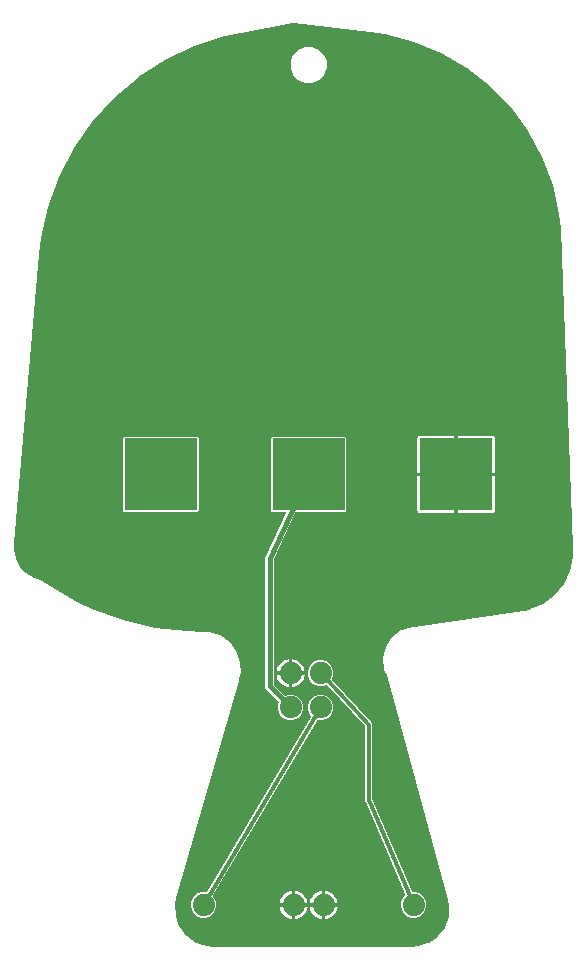
<source format=gbl>
G04 EAGLE Gerber X2 export*
G75*
%MOMM*%
%FSLAX34Y34*%
%LPD*%
%AMOC8*
5,1,8,0,0,1.08239X$1,22.5*%
G01*
%ADD10C,1.879600*%
%ADD11R,6.070000X6.070000*%
%ADD12C,0.304800*%
%ADD13C,0.406400*%

G36*
X341644Y2544D02*
X341644Y2544D01*
X341681Y2543D01*
X346379Y2900D01*
X346382Y2901D01*
X346385Y2901D01*
X346549Y2933D01*
X355516Y5743D01*
X355545Y5757D01*
X355576Y5764D01*
X355723Y5844D01*
X363440Y11207D01*
X363463Y11229D01*
X363490Y11245D01*
X363607Y11365D01*
X369367Y18790D01*
X369383Y18818D01*
X369404Y18841D01*
X369479Y18991D01*
X372756Y27798D01*
X372762Y27829D01*
X372776Y27858D01*
X372803Y28024D01*
X373296Y37408D01*
X373296Y37410D01*
X373296Y37413D01*
X373286Y37580D01*
X372465Y42216D01*
X372457Y42240D01*
X372450Y42284D01*
X320266Y233011D01*
X320253Y233041D01*
X320223Y233130D01*
X318301Y237294D01*
X317354Y246969D01*
X319638Y256418D01*
X324901Y264591D01*
X332557Y270581D01*
X336183Y271819D01*
X336203Y271830D01*
X336225Y271835D01*
X336311Y271887D01*
X336400Y271935D01*
X336416Y271952D01*
X336435Y271963D01*
X336549Y272086D01*
X336563Y272105D01*
X337307Y272216D01*
X337336Y272225D01*
X337441Y272249D01*
X338153Y272492D01*
X338174Y272481D01*
X338196Y272475D01*
X338215Y272463D01*
X338313Y272439D01*
X338410Y272410D01*
X338432Y272411D01*
X338454Y272405D01*
X338622Y272412D01*
X435555Y286835D01*
X435576Y286842D01*
X435613Y286846D01*
X441512Y288198D01*
X441540Y288210D01*
X441643Y288241D01*
X452756Y293015D01*
X452762Y293019D01*
X452770Y293021D01*
X452914Y293107D01*
X462570Y300391D01*
X462575Y300397D01*
X462582Y300400D01*
X462701Y300518D01*
X470344Y309893D01*
X470347Y309900D01*
X470353Y309905D01*
X470441Y310048D01*
X475629Y320974D01*
X475631Y320981D01*
X475636Y320987D01*
X475687Y321147D01*
X478123Y332995D01*
X478124Y333024D01*
X478138Y333131D01*
X478273Y339188D01*
X478271Y339205D01*
X478273Y339234D01*
X478271Y339292D01*
X478271Y339293D01*
X478221Y340600D01*
X478221Y340601D01*
X467992Y610759D01*
X467987Y610782D01*
X467986Y610823D01*
X466469Y623182D01*
X466462Y623208D01*
X466456Y623258D01*
X460892Y647617D01*
X460879Y647647D01*
X460862Y647717D01*
X452033Y671091D01*
X452017Y671119D01*
X451989Y671186D01*
X440061Y693141D01*
X440041Y693166D01*
X440005Y693229D01*
X425198Y713355D01*
X425175Y713378D01*
X425131Y713434D01*
X407722Y731358D01*
X407696Y731377D01*
X407644Y731427D01*
X387957Y746813D01*
X387929Y746829D01*
X387871Y746871D01*
X366273Y759434D01*
X366243Y759446D01*
X366179Y759480D01*
X343072Y768985D01*
X343040Y768993D01*
X342973Y769018D01*
X318786Y775289D01*
X318759Y775291D01*
X318710Y775305D01*
X306352Y777188D01*
X306342Y777188D01*
X306327Y777192D01*
X241503Y784818D01*
X241472Y784816D01*
X241441Y784823D01*
X241274Y784810D01*
X196579Y776430D01*
X196570Y776427D01*
X196555Y776425D01*
X183316Y773497D01*
X183292Y773487D01*
X183245Y773478D01*
X157469Y765092D01*
X157441Y765077D01*
X157378Y765055D01*
X132897Y753418D01*
X132871Y753400D01*
X132811Y753370D01*
X110034Y738676D01*
X110011Y738655D01*
X109955Y738618D01*
X89261Y721112D01*
X89241Y721088D01*
X89190Y721044D01*
X70924Y701017D01*
X70907Y700991D01*
X70863Y700940D01*
X55329Y678728D01*
X55327Y678723D01*
X55323Y678719D01*
X55311Y678692D01*
X55278Y678644D01*
X42736Y654614D01*
X42726Y654585D01*
X42696Y654525D01*
X33354Y629080D01*
X33348Y629049D01*
X33326Y628986D01*
X27340Y602549D01*
X27339Y602523D01*
X27327Y602477D01*
X25627Y589027D01*
X25627Y589015D01*
X25623Y588996D01*
X4813Y344125D01*
X4813Y344124D01*
X4742Y343295D01*
X4742Y343294D01*
X4697Y342762D01*
X4698Y342742D01*
X4694Y342708D01*
X4640Y338941D01*
X4642Y338929D01*
X4655Y338781D01*
X6129Y331411D01*
X6137Y331389D01*
X6139Y331366D01*
X6200Y331209D01*
X9667Y324540D01*
X9681Y324522D01*
X9690Y324500D01*
X9791Y324366D01*
X14978Y318927D01*
X14997Y318912D01*
X15011Y318894D01*
X15146Y318794D01*
X21642Y315013D01*
X21654Y315009D01*
X21789Y314947D01*
X24668Y314008D01*
X24675Y314006D01*
X24682Y314003D01*
X24796Y313988D01*
X24911Y313970D01*
X24918Y313971D01*
X24926Y313970D01*
X25092Y313994D01*
X25197Y314021D01*
X25687Y313730D01*
X25712Y313720D01*
X25733Y313705D01*
X25891Y313646D01*
X26443Y313508D01*
X26555Y313321D01*
X26623Y313241D01*
X26685Y313159D01*
X26704Y313145D01*
X26714Y313133D01*
X26742Y313117D01*
X26819Y313058D01*
X58313Y294364D01*
X58338Y294354D01*
X58382Y294328D01*
X70822Y288573D01*
X70845Y288567D01*
X70883Y288548D01*
X96818Y279180D01*
X96848Y279174D01*
X96903Y279155D01*
X123746Y272839D01*
X123775Y272837D01*
X123832Y272823D01*
X151224Y269644D01*
X151248Y269645D01*
X151290Y269639D01*
X165078Y269241D01*
X165087Y269242D01*
X165100Y269241D01*
X169958Y269241D01*
X179218Y266293D01*
X187146Y260676D01*
X192998Y252919D01*
X196220Y243752D01*
X196511Y234039D01*
X195176Y229368D01*
X194800Y228053D01*
X142163Y43821D01*
X142160Y43800D01*
X142149Y43764D01*
X141176Y38995D01*
X141176Y38991D01*
X141174Y38987D01*
X141161Y38820D01*
X141451Y29117D01*
X141457Y29084D01*
X141456Y29051D01*
X141494Y28887D01*
X144713Y19730D01*
X144729Y19700D01*
X144738Y19668D01*
X144823Y19524D01*
X150669Y11774D01*
X150693Y11751D01*
X150711Y11723D01*
X150837Y11611D01*
X158758Y6000D01*
X158788Y5985D01*
X158814Y5964D01*
X158967Y5896D01*
X168217Y2951D01*
X168221Y2951D01*
X168224Y2949D01*
X168389Y2918D01*
X173242Y2543D01*
X173264Y2545D01*
X173301Y2541D01*
X341623Y2541D01*
X341644Y2544D01*
G37*
%LPC*%
G36*
X236587Y194309D02*
X236587Y194309D01*
X232573Y195972D01*
X229500Y199045D01*
X227837Y203059D01*
X227837Y207405D01*
X228732Y209565D01*
X228759Y209679D01*
X228787Y209792D01*
X228787Y209799D01*
X228788Y209805D01*
X228777Y209921D01*
X228768Y210038D01*
X228766Y210043D01*
X228765Y210050D01*
X228717Y210157D01*
X228672Y210264D01*
X228667Y210270D01*
X228665Y210274D01*
X228653Y210288D01*
X228567Y210395D01*
X217423Y221539D01*
X217423Y330705D01*
X217415Y330754D01*
X217417Y330804D01*
X217388Y330923D01*
X217384Y330948D01*
X217380Y330955D01*
X217377Y330966D01*
X217134Y331632D01*
X217352Y332103D01*
X217374Y332181D01*
X217405Y332257D01*
X217411Y332312D01*
X217419Y332340D01*
X217417Y332368D01*
X217423Y332424D01*
X217423Y332943D01*
X217924Y333444D01*
X217953Y333484D01*
X217989Y333518D01*
X218053Y333624D01*
X218068Y333644D01*
X218070Y333651D01*
X218076Y333662D01*
X234777Y369633D01*
X234794Y369693D01*
X234820Y369749D01*
X234827Y369811D01*
X234844Y369870D01*
X234840Y369932D01*
X234847Y369993D01*
X234834Y370054D01*
X234831Y370116D01*
X234808Y370173D01*
X234795Y370234D01*
X234763Y370287D01*
X234740Y370345D01*
X234700Y370392D01*
X234669Y370445D01*
X234622Y370485D01*
X234582Y370533D01*
X234529Y370565D01*
X234482Y370605D01*
X234424Y370628D01*
X234371Y370660D01*
X234311Y370674D01*
X234254Y370697D01*
X234163Y370707D01*
X234131Y370714D01*
X234114Y370712D01*
X234087Y370715D01*
X223018Y370715D01*
X222125Y371608D01*
X222125Y433572D01*
X223018Y434465D01*
X284982Y434465D01*
X285875Y433572D01*
X285875Y371608D01*
X284982Y370715D01*
X243608Y370715D01*
X243509Y370699D01*
X243408Y370688D01*
X243388Y370679D01*
X243366Y370676D01*
X243276Y370628D01*
X243184Y370586D01*
X243168Y370571D01*
X243148Y370560D01*
X243079Y370487D01*
X243005Y370418D01*
X242990Y370394D01*
X242979Y370382D01*
X242965Y370352D01*
X242918Y370275D01*
X224608Y330837D01*
X224586Y330759D01*
X224555Y330683D01*
X224549Y330628D01*
X224541Y330600D01*
X224543Y330572D01*
X224537Y330516D01*
X224537Y224801D01*
X224538Y224791D01*
X224538Y224786D01*
X224543Y224762D01*
X224551Y224710D01*
X224559Y224620D01*
X224571Y224590D01*
X224576Y224558D01*
X224619Y224477D01*
X224655Y224393D01*
X224681Y224361D01*
X224692Y224340D01*
X224715Y224318D01*
X224760Y224262D01*
X233597Y215425D01*
X233691Y215357D01*
X233786Y215287D01*
X233792Y215285D01*
X233797Y215281D01*
X233908Y215247D01*
X234020Y215211D01*
X234026Y215211D01*
X234032Y215209D01*
X234149Y215212D01*
X234266Y215213D01*
X234273Y215215D01*
X234278Y215215D01*
X234295Y215222D01*
X234427Y215260D01*
X236587Y216155D01*
X240933Y216155D01*
X244947Y214492D01*
X248020Y211419D01*
X249683Y207405D01*
X249683Y203059D01*
X248020Y199045D01*
X244947Y195972D01*
X240933Y194309D01*
X236587Y194309D01*
G37*
%LPD*%
%LPC*%
G36*
X98018Y370715D02*
X98018Y370715D01*
X97125Y371608D01*
X97125Y433572D01*
X98018Y434465D01*
X159982Y434465D01*
X160875Y433572D01*
X160875Y371608D01*
X159982Y370715D01*
X98018Y370715D01*
G37*
%LPD*%
%LPC*%
G36*
X340727Y27177D02*
X340727Y27177D01*
X336713Y28840D01*
X333640Y31913D01*
X331977Y35927D01*
X331977Y40273D01*
X333640Y44287D01*
X335580Y46227D01*
X335650Y46324D01*
X335722Y46424D01*
X335722Y46425D01*
X335723Y46426D01*
X335759Y46541D01*
X335795Y46658D01*
X335795Y46660D01*
X335796Y46661D01*
X335792Y46782D01*
X335790Y46904D01*
X335789Y46906D01*
X335789Y46907D01*
X335787Y46913D01*
X335741Y47065D01*
X302287Y125125D01*
X302254Y125176D01*
X302230Y125232D01*
X302172Y125305D01*
X302155Y125332D01*
X302142Y125342D01*
X302125Y125363D01*
X301751Y125737D01*
X301751Y126218D01*
X301740Y126287D01*
X301738Y126357D01*
X301717Y126429D01*
X301712Y126461D01*
X301701Y126481D01*
X301690Y126518D01*
X301500Y126960D01*
X301697Y127451D01*
X301710Y127510D01*
X301733Y127567D01*
X301743Y127659D01*
X301750Y127691D01*
X301748Y127707D01*
X301751Y127734D01*
X301751Y189002D01*
X301739Y189079D01*
X301735Y189156D01*
X301719Y189199D01*
X301712Y189245D01*
X301675Y189313D01*
X301647Y189386D01*
X301611Y189435D01*
X301596Y189462D01*
X301577Y189480D01*
X301547Y189520D01*
X269453Y224022D01*
X269447Y224026D01*
X269443Y224032D01*
X269351Y224101D01*
X269259Y224172D01*
X269252Y224175D01*
X269246Y224179D01*
X269136Y224215D01*
X269027Y224253D01*
X269019Y224253D01*
X269012Y224255D01*
X268896Y224254D01*
X268781Y224256D01*
X268773Y224253D01*
X268766Y224253D01*
X268605Y224206D01*
X266333Y223265D01*
X261987Y223265D01*
X257973Y224928D01*
X254900Y228001D01*
X253237Y232015D01*
X253237Y236361D01*
X254900Y240375D01*
X257973Y243448D01*
X261987Y245111D01*
X266333Y245111D01*
X270347Y243448D01*
X273420Y240375D01*
X275083Y236361D01*
X275083Y232015D01*
X273810Y228943D01*
X273787Y228843D01*
X273758Y228743D01*
X273759Y228723D01*
X273754Y228704D01*
X273764Y228601D01*
X273768Y228498D01*
X273775Y228479D01*
X273777Y228459D01*
X273819Y228365D01*
X273856Y228268D01*
X273871Y228248D01*
X273877Y228234D01*
X273899Y228210D01*
X273949Y228142D01*
X273950Y228141D01*
X273951Y228141D01*
X273956Y228133D01*
X306985Y192627D01*
X306994Y192620D01*
X307005Y192607D01*
X307895Y191717D01*
X307849Y190459D01*
X307851Y190448D01*
X307849Y190431D01*
X307849Y127782D01*
X307860Y127713D01*
X307862Y127643D01*
X307883Y127571D01*
X307888Y127539D01*
X307899Y127519D01*
X307910Y127482D01*
X341338Y49484D01*
X341398Y49390D01*
X341456Y49293D01*
X341464Y49286D01*
X341470Y49277D01*
X341557Y49206D01*
X341643Y49133D01*
X341653Y49129D01*
X341662Y49122D01*
X341766Y49083D01*
X341871Y49041D01*
X341884Y49040D01*
X341892Y49037D01*
X341918Y49036D01*
X342038Y49023D01*
X345073Y49023D01*
X349087Y47360D01*
X352160Y44287D01*
X353823Y40273D01*
X353823Y35927D01*
X352160Y31913D01*
X349087Y28840D01*
X345073Y27177D01*
X340727Y27177D01*
G37*
%LPD*%
%LPC*%
G36*
X162927Y27177D02*
X162927Y27177D01*
X158913Y28840D01*
X155840Y31913D01*
X154177Y35927D01*
X154177Y40273D01*
X155840Y44287D01*
X158913Y47360D01*
X162927Y49023D01*
X167274Y49023D01*
X167337Y49008D01*
X167368Y48995D01*
X167387Y48993D01*
X167442Y48975D01*
X167477Y48975D01*
X167510Y48967D01*
X167599Y48976D01*
X167688Y48976D01*
X167721Y48987D01*
X167755Y48990D01*
X167836Y49026D01*
X167921Y49055D01*
X167948Y49076D01*
X167980Y49090D01*
X168020Y49127D01*
X168029Y49132D01*
X168051Y49155D01*
X168116Y49205D01*
X168143Y49240D01*
X168161Y49257D01*
X168176Y49284D01*
X168185Y49296D01*
X168199Y49310D01*
X168203Y49320D01*
X168217Y49339D01*
X255885Y197250D01*
X255903Y197295D01*
X255929Y197335D01*
X255947Y197409D01*
X255975Y197479D01*
X255977Y197527D01*
X255989Y197574D01*
X255983Y197649D01*
X255986Y197725D01*
X255973Y197771D01*
X255970Y197819D01*
X255940Y197889D01*
X255919Y197961D01*
X255892Y198001D01*
X255873Y198045D01*
X255793Y198145D01*
X255780Y198164D01*
X255775Y198168D01*
X255768Y198176D01*
X254900Y199045D01*
X253237Y203059D01*
X253237Y207405D01*
X254900Y211419D01*
X257973Y214492D01*
X261987Y216155D01*
X266333Y216155D01*
X270347Y214492D01*
X273420Y211419D01*
X275083Y207405D01*
X275083Y203059D01*
X273420Y199045D01*
X270347Y195972D01*
X266333Y194309D01*
X261986Y194309D01*
X261902Y194329D01*
X261818Y194357D01*
X261783Y194357D01*
X261750Y194365D01*
X261661Y194356D01*
X261572Y194356D01*
X261539Y194345D01*
X261505Y194342D01*
X261424Y194306D01*
X261339Y194277D01*
X261312Y194256D01*
X261280Y194242D01*
X261215Y194182D01*
X261144Y194127D01*
X261117Y194092D01*
X261099Y194075D01*
X261084Y194048D01*
X261043Y193993D01*
X173375Y46082D01*
X173357Y46037D01*
X173331Y45997D01*
X173313Y45923D01*
X173285Y45853D01*
X173283Y45805D01*
X173271Y45758D01*
X173277Y45683D01*
X173274Y45607D01*
X173287Y45561D01*
X173290Y45513D01*
X173320Y45443D01*
X173341Y45371D01*
X173368Y45331D01*
X173387Y45287D01*
X173467Y45187D01*
X173480Y45168D01*
X173485Y45164D01*
X173492Y45156D01*
X174360Y44287D01*
X176023Y40273D01*
X176023Y35927D01*
X174360Y31913D01*
X171287Y28840D01*
X167273Y27177D01*
X162927Y27177D01*
G37*
%LPD*%
%LPC*%
G36*
X380523Y404113D02*
X380523Y404113D01*
X380523Y435481D01*
X409684Y435481D01*
X410331Y435308D01*
X410910Y434973D01*
X411383Y434500D01*
X411718Y433921D01*
X411891Y433274D01*
X411891Y404113D01*
X380523Y404113D01*
G37*
%LPD*%
%LPC*%
G36*
X346109Y404113D02*
X346109Y404113D01*
X346109Y433274D01*
X346282Y433921D01*
X346617Y434500D01*
X347090Y434973D01*
X347669Y435308D01*
X348316Y435481D01*
X377477Y435481D01*
X377477Y404113D01*
X346109Y404113D01*
G37*
%LPD*%
%LPC*%
G36*
X380523Y369699D02*
X380523Y369699D01*
X380523Y401067D01*
X411891Y401067D01*
X411891Y371906D01*
X411718Y371259D01*
X411383Y370680D01*
X410910Y370207D01*
X410331Y369872D01*
X409684Y369699D01*
X380523Y369699D01*
G37*
%LPD*%
%LPC*%
G36*
X348316Y369699D02*
X348316Y369699D01*
X347669Y369872D01*
X347090Y370207D01*
X346617Y370680D01*
X346282Y371259D01*
X346109Y371906D01*
X346109Y401067D01*
X377477Y401067D01*
X377477Y369699D01*
X348316Y369699D01*
G37*
%LPD*%
%LPC*%
G36*
X250968Y734059D02*
X250968Y734059D01*
X245367Y736380D01*
X241080Y740667D01*
X238759Y746268D01*
X238759Y752332D01*
X241080Y757933D01*
X245367Y762220D01*
X250968Y764541D01*
X257032Y764541D01*
X262633Y762220D01*
X266920Y757933D01*
X269241Y752332D01*
X269241Y746268D01*
X266920Y740667D01*
X262633Y736380D01*
X257032Y734059D01*
X250968Y734059D01*
G37*
%LPD*%
%LPC*%
G36*
X240283Y235711D02*
X240283Y235711D01*
X240283Y246034D01*
X241556Y245833D01*
X243343Y245252D01*
X245017Y244399D01*
X246538Y243294D01*
X247866Y241966D01*
X248971Y240445D01*
X249824Y238771D01*
X250405Y236984D01*
X250606Y235711D01*
X240283Y235711D01*
G37*
%LPD*%
%LPC*%
G36*
X242823Y39623D02*
X242823Y39623D01*
X242823Y49946D01*
X244096Y49745D01*
X245883Y49164D01*
X247557Y48311D01*
X249078Y47206D01*
X250406Y45878D01*
X251511Y44357D01*
X252364Y42683D01*
X252945Y40896D01*
X253146Y39623D01*
X242823Y39623D01*
G37*
%LPD*%
%LPC*%
G36*
X268223Y39623D02*
X268223Y39623D01*
X268223Y49946D01*
X269496Y49745D01*
X271283Y49164D01*
X272957Y48311D01*
X274478Y47206D01*
X275806Y45878D01*
X276911Y44357D01*
X277764Y42683D01*
X278345Y40896D01*
X278546Y39623D01*
X268223Y39623D01*
G37*
%LPD*%
%LPC*%
G36*
X242823Y36577D02*
X242823Y36577D01*
X253146Y36577D01*
X252945Y35304D01*
X252364Y33517D01*
X251511Y31843D01*
X250406Y30322D01*
X249078Y28994D01*
X247557Y27889D01*
X245883Y27036D01*
X244096Y26455D01*
X242823Y26254D01*
X242823Y36577D01*
G37*
%LPD*%
%LPC*%
G36*
X229454Y39623D02*
X229454Y39623D01*
X229655Y40896D01*
X230236Y42683D01*
X231089Y44357D01*
X232194Y45878D01*
X233522Y47206D01*
X235043Y48311D01*
X236717Y49164D01*
X238504Y49745D01*
X239777Y49946D01*
X239777Y39623D01*
X229454Y39623D01*
G37*
%LPD*%
%LPC*%
G36*
X254854Y39623D02*
X254854Y39623D01*
X255055Y40896D01*
X255636Y42683D01*
X256489Y44357D01*
X257594Y45878D01*
X258922Y47206D01*
X260443Y48311D01*
X262117Y49164D01*
X263904Y49745D01*
X265177Y49946D01*
X265177Y39623D01*
X254854Y39623D01*
G37*
%LPD*%
%LPC*%
G36*
X240283Y232665D02*
X240283Y232665D01*
X250606Y232665D01*
X250405Y231392D01*
X249824Y229605D01*
X248971Y227931D01*
X247866Y226410D01*
X246538Y225082D01*
X245017Y223977D01*
X243343Y223124D01*
X241556Y222543D01*
X240283Y222342D01*
X240283Y232665D01*
G37*
%LPD*%
%LPC*%
G36*
X268223Y36577D02*
X268223Y36577D01*
X278546Y36577D01*
X278345Y35304D01*
X277764Y33517D01*
X276911Y31843D01*
X275806Y30322D01*
X274478Y28994D01*
X272957Y27889D01*
X271283Y27036D01*
X269496Y26455D01*
X268223Y26254D01*
X268223Y36577D01*
G37*
%LPD*%
%LPC*%
G36*
X226914Y235711D02*
X226914Y235711D01*
X227115Y236984D01*
X227696Y238771D01*
X228549Y240445D01*
X229654Y241966D01*
X230982Y243294D01*
X232503Y244399D01*
X234177Y245252D01*
X235964Y245833D01*
X237237Y246034D01*
X237237Y235711D01*
X226914Y235711D01*
G37*
%LPD*%
%LPC*%
G36*
X238504Y26455D02*
X238504Y26455D01*
X236717Y27036D01*
X235043Y27889D01*
X233522Y28994D01*
X232194Y30322D01*
X231089Y31843D01*
X230236Y33517D01*
X229655Y35304D01*
X229454Y36577D01*
X239777Y36577D01*
X239777Y26254D01*
X238504Y26455D01*
G37*
%LPD*%
%LPC*%
G36*
X263904Y26455D02*
X263904Y26455D01*
X262117Y27036D01*
X260443Y27889D01*
X258922Y28994D01*
X257594Y30322D01*
X256489Y31843D01*
X255636Y33517D01*
X255055Y35304D01*
X254854Y36577D01*
X265177Y36577D01*
X265177Y26254D01*
X263904Y26455D01*
G37*
%LPD*%
%LPC*%
G36*
X235964Y222543D02*
X235964Y222543D01*
X234177Y223124D01*
X232503Y223977D01*
X230982Y225082D01*
X229654Y226410D01*
X228549Y227931D01*
X227696Y229605D01*
X227115Y231392D01*
X226914Y232665D01*
X237237Y232665D01*
X237237Y222342D01*
X235964Y222543D01*
G37*
%LPD*%
%LPC*%
G36*
X241299Y38099D02*
X241299Y38099D01*
X241299Y38101D01*
X241301Y38101D01*
X241301Y38099D01*
X241299Y38099D01*
G37*
%LPD*%
%LPC*%
G36*
X266699Y38099D02*
X266699Y38099D01*
X266699Y38101D01*
X266701Y38101D01*
X266701Y38099D01*
X266699Y38099D01*
G37*
%LPD*%
%LPC*%
G36*
X238759Y234187D02*
X238759Y234187D01*
X238759Y234189D01*
X238761Y234189D01*
X238761Y234187D01*
X238759Y234187D01*
G37*
%LPD*%
%LPC*%
G36*
X378999Y402589D02*
X378999Y402589D01*
X378999Y402591D01*
X379001Y402591D01*
X379001Y402589D01*
X378999Y402589D01*
G37*
%LPD*%
D10*
X238760Y234188D03*
X238760Y205232D03*
X264160Y234188D03*
X264160Y205232D03*
X342900Y38100D03*
X266700Y38100D03*
X165100Y38100D03*
X241300Y38100D03*
D11*
X254000Y402590D03*
X379000Y402590D03*
X129000Y402590D03*
D12*
X264160Y234188D02*
X304800Y190500D01*
X304800Y127000D01*
X342900Y38100D01*
X165100Y38100D02*
X264160Y205232D01*
D13*
X238760Y205232D02*
X220980Y223012D01*
X220980Y331470D02*
X254000Y402590D01*
X220980Y331470D02*
X220980Y223012D01*
M02*

</source>
